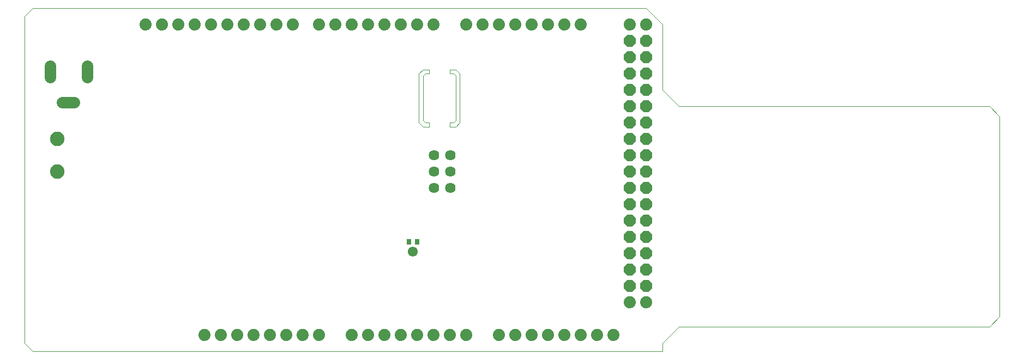
<source format=gbs>
G75*
%MOIN*%
%OFA0B0*%
%FSLAX26Y26*%
%IPPOS*%
%LPD*%
%AMOC8*
5,1,8,0,0,1.08239X$1,22.5*
%
%ADD10C,0.000000*%
%ADD11C,0.088583*%
%ADD12C,0.064000*%
%ADD13R,0.026772X0.035433*%
%ADD14C,0.061024*%
%ADD15C,0.074000*%
%ADD16OC8,0.074000*%
%ADD17C,0.070866*%
D10*
X00207480Y00100000D02*
X00207480Y02100000D01*
X00257480Y02150000D01*
X04007480Y02150000D01*
X04107480Y02050000D01*
X04107480Y01650000D01*
X04207480Y01550000D01*
X06107480Y01550000D01*
X06169980Y01487500D01*
X06169980Y00262500D01*
X06107480Y00200000D01*
X04207480Y00200000D01*
X04107480Y00100000D01*
X04107480Y00050000D01*
X00257480Y00050000D01*
X00207480Y00100000D01*
X02619980Y01450000D02*
X02644980Y01425000D01*
X02682480Y01425000D01*
X02682480Y01450000D01*
X02657480Y01450000D01*
X02644980Y01462500D01*
X02644980Y01737500D01*
X02657480Y01750000D01*
X02682480Y01750000D01*
X02682480Y01775000D01*
X02644980Y01775000D01*
X02619980Y01750000D01*
X02619980Y01450000D01*
X02807480Y01450000D02*
X02807480Y01425000D01*
X02844980Y01425000D01*
X02869980Y01450000D01*
X02869980Y01750000D01*
X02844980Y01775000D01*
X02807480Y01775000D01*
X02807480Y01750000D01*
X02832480Y01750000D01*
X02844980Y01737500D01*
X02844980Y01462500D01*
X02832480Y01450000D01*
X02807480Y01450000D01*
D11*
X00407480Y01350000D03*
X00407480Y01150000D03*
D12*
X02712738Y01150000D03*
X02812738Y01150000D03*
X02812738Y01250000D03*
X02712738Y01250000D03*
X02712738Y01050000D03*
X02812738Y01050000D03*
D13*
X02607283Y00720472D03*
X02559252Y00720472D03*
D14*
X02583268Y00660630D03*
D15*
X03907480Y00350000D03*
X04007480Y00350000D03*
X03807480Y00150000D03*
X03707480Y00150000D03*
X03607480Y00150000D03*
X03507480Y00150000D03*
X03407480Y00150000D03*
X03307480Y00150000D03*
X03207480Y00150000D03*
X03107480Y00150000D03*
X02907480Y00150000D03*
X02807480Y00150000D03*
X02707480Y00150000D03*
X02607480Y00150000D03*
X02507480Y00150000D03*
X02407480Y00150000D03*
X02307480Y00150000D03*
X02207480Y00150000D03*
X02007480Y00150000D03*
X01907480Y00150000D03*
X01807480Y00150000D03*
X01707480Y00150000D03*
X01607480Y00150000D03*
X01507480Y00150000D03*
X01407480Y00150000D03*
X01307480Y00150000D03*
X01347480Y02050000D03*
X01247480Y02050000D03*
X01147480Y02050000D03*
X01047480Y02050000D03*
X00947480Y02050000D03*
X01447480Y02050000D03*
X01547480Y02050000D03*
X01647480Y02050000D03*
X01747480Y02050000D03*
X01847480Y02050000D03*
X02007480Y02050000D03*
X02107480Y02050000D03*
X02207480Y02050000D03*
X02307480Y02050000D03*
X02407480Y02050000D03*
X02507480Y02050000D03*
X02607480Y02050000D03*
X02707480Y02050000D03*
X02907480Y02050000D03*
X03007480Y02050000D03*
X03107480Y02050000D03*
X03207480Y02050000D03*
X03307480Y02050000D03*
X03407480Y02050000D03*
X03507480Y02050000D03*
X03607480Y02050000D03*
X03907480Y02050000D03*
X04007480Y02050000D03*
D16*
X04007480Y01950000D03*
X03907480Y01950000D03*
X03907480Y01850000D03*
X04007480Y01850000D03*
X04007480Y01750000D03*
X03907480Y01750000D03*
X03907480Y01650000D03*
X04007480Y01650000D03*
X04007480Y01550000D03*
X03907480Y01550000D03*
X03907480Y01450000D03*
X04007480Y01450000D03*
X04007480Y01350000D03*
X03907480Y01350000D03*
X03907480Y01250000D03*
X04007480Y01250000D03*
X04007480Y01150000D03*
X03907480Y01150000D03*
X03907480Y01050000D03*
X04007480Y01050000D03*
X04007480Y00950000D03*
X03907480Y00950000D03*
X03907480Y00850000D03*
X04007480Y00850000D03*
X04007480Y00750000D03*
X03907480Y00750000D03*
X03907480Y00650000D03*
X04007480Y00650000D03*
X04007480Y00550000D03*
X03907480Y00550000D03*
X03907480Y00450000D03*
X04007480Y00450000D03*
D17*
X00510236Y01573524D02*
X00439370Y01573524D01*
X00364567Y01727067D02*
X00364567Y01797933D01*
X00592913Y01797933D02*
X00592913Y01727067D01*
M02*

</source>
